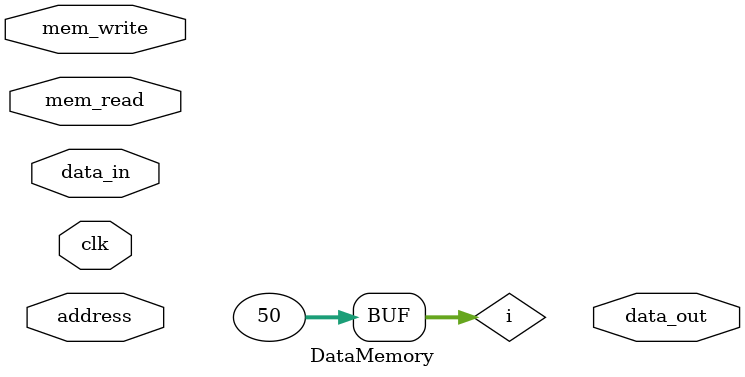
<source format=v>
module DataMemory (
    input wire clk,
    input wire mem_write,       // Sinal para escrever na memória
    input wire mem_read,        // Sinal para ler da memória
    input wire [5:0] address,  // Endereço da memória
    input wire [7:0] data_in, // Dados a serem escritos na memória
    output reg [7:0] data_out   // Dados lidos da memória
);

    reg [7:0] memoria [0:49]; // Memória de 50 posições de 8 bits

    integer i; // Variável para o loop

    // Inicialização da memória para garantir que todas as posições comecem zeradas
    initial begin
        for (i = 0; i < 50; i = i + 1) begin
            memoria[i] = 8'b0;
        end
    end

    // Escrita e leitura na memória
    always @(posedge clk) begin
        if (mem_write) begin
            memoria[endereco] <= valor_escrita; // Escreve na memória
        end
        if (mem_read) begin
            valor_saida <= memoria[endereco]; // Lê da memória
        end
    end

endmodule
</source>
